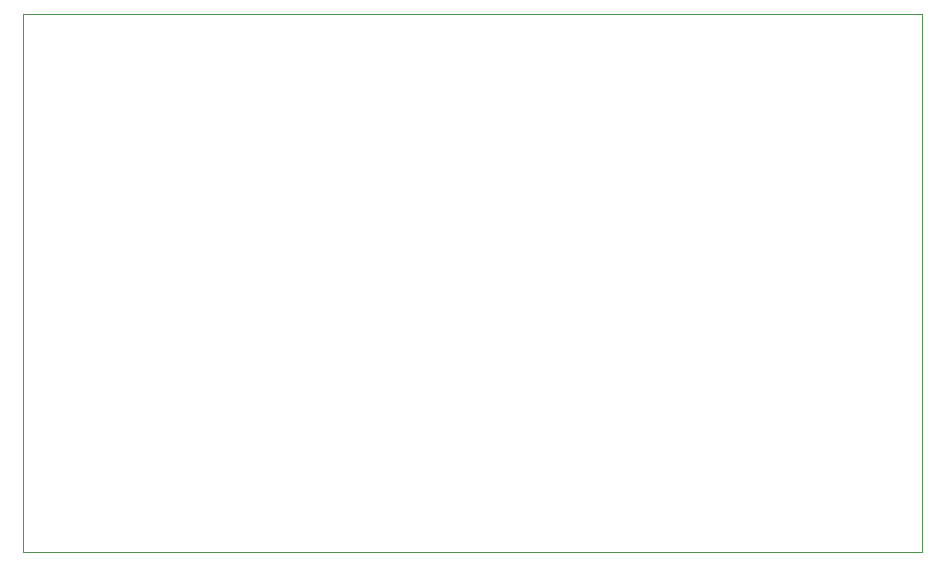
<source format=gbr>
%TF.GenerationSoftware,KiCad,Pcbnew,8.0.8*%
%TF.CreationDate,2025-02-24T17:42:22-08:00*%
%TF.ProjectId,all_in_one,616c6c5f-696e-45f6-9f6e-652e6b696361,rev?*%
%TF.SameCoordinates,Original*%
%TF.FileFunction,Profile,NP*%
%FSLAX46Y46*%
G04 Gerber Fmt 4.6, Leading zero omitted, Abs format (unit mm)*
G04 Created by KiCad (PCBNEW 8.0.8) date 2025-02-24 17:42:22*
%MOMM*%
%LPD*%
G01*
G04 APERTURE LIST*
%TA.AperFunction,Profile*%
%ADD10C,0.050000*%
%TD*%
G04 APERTURE END LIST*
D10*
X42000000Y-16180000D02*
X118150000Y-16180000D01*
X118150000Y-61750000D01*
X42000000Y-61750000D01*
X42000000Y-16180000D01*
M02*

</source>
